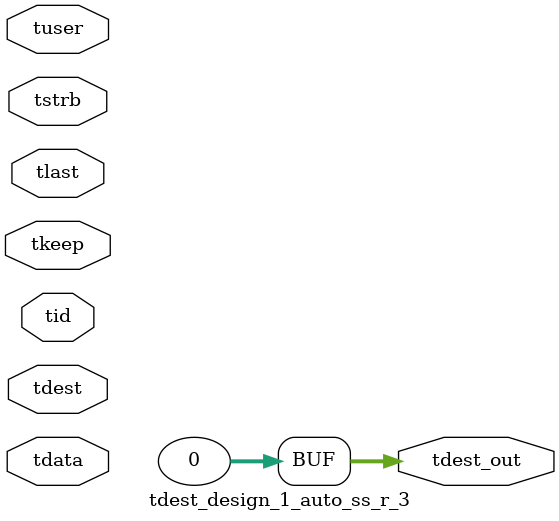
<source format=v>


`timescale 1ps/1ps

module tdest_design_1_auto_ss_r_3 #
(
parameter C_S_AXIS_TDATA_WIDTH = 32,
parameter C_S_AXIS_TUSER_WIDTH = 0,
parameter C_S_AXIS_TID_WIDTH   = 0,
parameter C_S_AXIS_TDEST_WIDTH = 0,
parameter C_M_AXIS_TDEST_WIDTH = 32
)
(
input  [(C_S_AXIS_TDATA_WIDTH == 0 ? 1 : C_S_AXIS_TDATA_WIDTH)-1:0     ] tdata,
input  [(C_S_AXIS_TUSER_WIDTH == 0 ? 1 : C_S_AXIS_TUSER_WIDTH)-1:0     ] tuser,
input  [(C_S_AXIS_TID_WIDTH   == 0 ? 1 : C_S_AXIS_TID_WIDTH)-1:0       ] tid,
input  [(C_S_AXIS_TDEST_WIDTH == 0 ? 1 : C_S_AXIS_TDEST_WIDTH)-1:0     ] tdest,
input  [(C_S_AXIS_TDATA_WIDTH/8)-1:0 ] tkeep,
input  [(C_S_AXIS_TDATA_WIDTH/8)-1:0 ] tstrb,
input                                                                    tlast,
output [C_M_AXIS_TDEST_WIDTH-1:0] tdest_out
);

assign tdest_out = {1'b0};

endmodule


</source>
